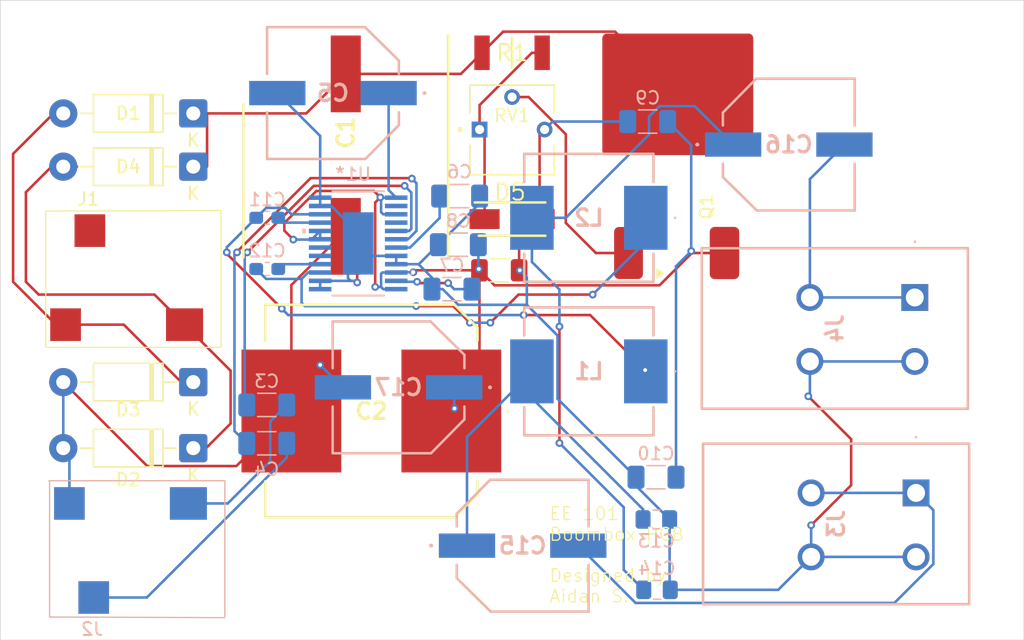
<source format=kicad_pcb>
(kicad_pcb (version 20241229) (generator "pcbnew") (generator_version "9.0")
  (layers (0 "F.Cu" signal) (2 "B.Cu" signal) (13 "F.Paste" user) (15 "B.Paste" user) (5 "F.SilkS" user "F.Silkscreen") (7 "B.SilkS" user "B.Silkscreen") (1 "F.Mask" user) (3 "B.Mask" user) (25 "Edge.Cuts" user))
  (net 0 "")
  (net 1 "Net-(D1-K)")
  (net 2 "0")
  (net 3 "Net-(Q1-S)")
  (net 4 "Net-(C3-Pad1)")
  (net 5 "Net-(U1-LIN)")
  (net 6 "Net-(U1-RIN)")
  (net 7 "Net-(C4-Pad1)")
  (net 8 "Net-(U1-BYPASS)")
  (net 9 "Net-(U1-VCLAMP)")
  (net 10 "Net-(U1-LOUT)")
  (net 11 "Net-(U1-BSL)")
  (net 12 "Net-(U1-BSR)")
  (net 13 "Net-(U1-ROUT)")
  (net 14 "Net-(C13-Pad1)")
  (net 15 "Net-(C14-Pad2)")
  (net 16 "Net-(J3-Pin_1)")
  (net 17 "Net-(J4-Pin_1)")
  (net 18 "Net-(D1-A)")
  (net 19 "Net-(D2-K)")
  (net 20 "Net-(D5-K)")
  (net 22 "Net-(Q1-G)")
  (footprint "Audio_Amplifier:CAPAE1600X1700N" (layer "F.Cu") (at 79 72.1 -90)
    (property "Reference" "C1" (at -1.75 0 90) (layer "F.SilkS") (effects (font (size 1.27 1.27) (thickness 0.254))))
    (property "Value" "1000u" (hide yes))
    (pad "1" smd rect (at -6.35 0) (size 2.35 6) (layers "F.Cu" "F.Mask" "F.Paste") (net 1 "Net-(D1-K)"))
    (pad "2" smd rect (at 6.35 0) (size 2.35 6) (layers "F.Cu" "F.Mask" "F.Paste") (net 2 "0"))
  )
  (footprint "Audio_Amplifier:DIOM5226X240N" (layer "F.Cu") (at 92 77.1)
    (property "Reference" "D5" (at -0.1635 -2.1 0) (layer "F.SilkS") (effects (font (size 1.27 1.27) (thickness 0.15875))))
    (property "Value" "1N47xxA" (hide yes))
    (pad "1" smd rect (at -2.15 0 90) (size 1.55 2.35) (layers "F.Cu" "F.Mask" "F.Paste") (net 20 "Net-(D5-K)"))
    (pad "2" smd rect (at 2.15 0 90) (size 1.55 2.35) (layers "F.Cu" "F.Mask" "F.Paste") (net 2 "0"))
  )
  (footprint "Audio_Amplifier:D2PAK-IRF940N" (layer "F.Cu") (at 105.55 74 90)
    (property "Reference" "Q1" (at -2.15 1.65 90) (layer "F.SilkS"))
    (property "Value" "IRF540N")
    (pad "1" smd roundrect (at -5.75 -4.45 90) (size 4.065624 2.253124) (layers "F.Cu" "F.Mask" "F.Paste") (roundrect_rratio 0.166667) (net 22 "Net-(Q1-G)"))
    (pad "2" smd roundrect (at 6.65 -0.6 270) (size 9.5 11.8) (layers "F.Cu" "F.Mask" "F.Paste") (roundrect_rratio 0.038462) (net 1 "Net-(D1-K)"))
    (pad "3" smd roundrect (at -5.75 3.05 90) (size 4.08203 2.303124) (layers "F.Cu" "F.Mask" "F.Paste") (roundrect_rratio 0.166667) (net 3 "Net-(Q1-S)"))
  )
  (footprint "Diode_THT:D_DO-41_SOD81_P10.16mm_Horizontal" (layer "F.Cu") (at 67.08 89.84 180)
    (property "Reference" "D3" (at 5.08 -2.16 0) (layer "F.SilkS"))
    (property "Value" "1N4002")
    (fp_text user "K" (at 0 -2.1 0) (layer "F.SilkS"))
    (pad "1" thru_hole roundrect (at 0 0 180) (size 2.2 2.2) (drill 1.1) (layers "*.Cu" "*.Mask") (roundrect_rratio 0.113636) (net 18 "Net-(D1-A)"))
    (pad "2" thru_hole circle (at 10.16 0 180) (size 2.2 2.2) (drill 1.1) (layers "*.Cu" "*.Mask") (net 2 "0"))
  )
  (footprint "Audio_Amplifier:CUI_SJ-3523-SMT-TR" (layer "F.Cu") (at 61.7 81.675)
    (property "Reference" "J1" (at -2.829485 -6.144725 0) (layer "F.SilkS") (effects (font (size 1.001583 1.001583))))
    (property "Value" "AudioJack3")
    (pad "" np_thru_hole circle (at -3.5 0) (size 1.6 1.6) (drill 1.6) (layers "*.Cu" "*.Mask"))
    (pad "" np_thru_hole circle (at 3.5 0) (size 1.6 1.6) (drill 1.6) (layers "*.Cu" "*.Mask"))
    (pad "R" smd rect (at -2.7 -3.675) (size 2.4 2.55) (layers "F.Cu" "F.Mask" "F.Paste"))
    (pad "S" smd rect (at -4.6 3.675) (size 2.4 2.55) (layers "F.Cu" "F.Mask" "F.Paste") (net 18 "Net-(D1-A)"))
    (pad "T" smd rect (at 4.7 3.675) (size 2.9 2.55) (layers "F.Cu" "F.Mask" "F.Paste") (net 19 "Net-(D2-K)"))
  )
  (footprint "Diode_THT:D_DO-41_SOD81_P10.16mm_Horizontal" (layer "F.Cu") (at 67.08 68.84 180)
    (property "Reference" "D1" (at 5.08 0 0) (layer "F.SilkS"))
    (property "Value" "1N4002")
    (fp_text user "K" (at 0 -2.1 0) (layer "F.SilkS"))
    (pad "1" thru_hole roundrect (at 0 0 180) (size 2.2 2.2) (drill 1.1) (layers "*.Cu" "*.Mask") (roundrect_rratio 0.113636) (net 1 "Net-(D1-K)"))
    (pad "2" thru_hole circle (at 10.16 0 180) (size 2.2 2.2) (drill 1.1) (layers "*.Cu" "*.Mask") (net 18 "Net-(D1-A)"))
  )
  (footprint "Audio_Amplifier:RESC5025X70N" (layer "F.Cu") (at 92 64.1)
    (property "Reference" "R1" (at 0 0 0) (layer "F.SilkS") (effects (font (size 1.27 1.27) (thickness 0.15875))))
    (property "Value" "1k" (hide yes))
    (pad "1" smd rect (at -2.35 0) (size 1.2 2.7) (layers "F.Cu" "F.Mask" "F.Paste") (net 1 "Net-(D1-K)"))
    (pad "2" smd rect (at 2.35 0) (size 1.2 2.7) (layers "F.Cu" "F.Mask" "F.Paste") (net 20 "Net-(D5-K)"))
  )
  (footprint "Audio_Amplifier:C-MAL216099003E3" (layer "F.Cu") (at 81 92.1)
    (property "Reference" "C2" (at 0 0 0) (layer "F.SilkS") (effects (font (size 1.27 1.27) (thickness 0.254))))
    (property "Value" "470u" (hide yes))
    (pad "1" smd rect (at 6.25 0) (size 7.8 9.6) (layers "F.Cu" "F.Mask" "F.Paste") (net 3 "Net-(Q1-S)"))
    (pad "2" smd rect (at -6.25 0) (size 7.8 9.6) (layers "F.Cu" "F.Mask" "F.Paste") (net 2 "0"))
  )
  (footprint "Audio_Amplifier:TRIM_3362P-1-205LF" (layer "F.Cu") (at 92 70.1)
    (property "Reference" "RV1" (at 0 -1.1 0) (layer "F.SilkS") (effects (font (size 1.002756 1.002756) (thickness 0.125345))))
    (property "Value" "10-5M")
    (pad "1" thru_hole rect (at -2.54 0) (size 1.222 1.222) (drill 0.714) (layers "*.Cu" "*.Mask") (net 20 "Net-(D5-K)"))
    (pad "2" thru_hole circle (at 0 -2.54) (size 1.222 1.222) (drill 0.714) (layers "*.Cu" "*.Mask") (net 22 "Net-(Q1-G)"))
    (pad "3" thru_hole circle (at 2.54 0) (size 1.222 1.222) (drill 0.714) (layers "*.Cu" "*.Mask") (net 2 "0"))
  )
  (footprint "Resistor_SMD:R_1206_3216Metric_Pad1.30x1.75mm_HandSolder" (layer "F.Cu") (at 91 81.1)
    (property "Reference" "R2" (hide yes))
    (property "Value" "10k")
    (pad "1" smd roundrect (at -1.55 0) (size 1.3 1.75) (layers "F.Cu" "F.Mask" "F.Paste") (roundrect_rratio 0.192308) (net 3 "Net-(Q1-S)"))
    (pad "2" smd roundrect (at 1.55 0) (size 1.3 1.75) (layers "F.Cu" "F.Mask" "F.Paste") (roundrect_rratio 0.192308) (net 2 "0"))
  )
  (footprint "Diode_THT:D_DO-41_SOD81_P10.16mm_Horizontal" (layer "F.Cu") (at 67.08 95 180)
    (property "Reference" "D2" (at 5.08 -2.47 0) (layer "F.SilkS"))
    (property "Value" "1N4002")
    (fp_text user "K" (at 0 -2.1 0) (layer "F.SilkS"))
    (pad "1" thru_hole roundrect (at 0 0 180) (size 2.2 2.2) (drill 1.1) (layers "*.Cu" "*.Mask") (roundrect_rratio 0.113636) (net 19 "Net-(D2-K)"))
    (pad "2" thru_hole circle (at 10.16 0 180) (size 2.2 2.2) (drill 1.1) (layers "*.Cu" "*.Mask") (net 2 "0"))
  )
  (footprint "Diode_THT:D_DO-41_SOD81_P10.16mm_Horizontal" (layer "F.Cu") (at 67.08 73 180)
    (property "Reference" "D4" (at 5.08 0 0) (layer "F.SilkS"))
    (property "Value" "1N4002")
    (fp_text user "K" (at 0 -2.1 0) (layer "F.SilkS"))
    (pad "1" thru_hole roundrect (at 0 0 180) (size 2.2 2.2) (drill 1.1) (layers "*.Cu" "*.Mask") (roundrect_rratio 0.113636) (net 1 "Net-(D1-K)"))
    (pad "2" thru_hole circle (at 10.16 0 180) (size 2.2 2.2) (drill 1.1) (layers "*.Cu" "*.Mask") (net 19 "Net-(D2-K)"))
  )
  (footprint "Audio_Amplifier:2249290002" (layer "B.Cu") (at 123.475 83.225 -90)
    (property "Reference" "J4" (at 2.425 6.25 90) (layer "B.SilkS") (effects (font (size 1.27 1.27) (thickness 0.254)) (justify mirror)))
    (property "Value" "Conn_01x02" (hide yes))
    (pad "1" thru_hole rect (at 0 0 270) (size 2.1 2.1) (drill 1.4) (layers "*.Cu" "*.Mask") (net 17 "Net-(J4-Pin_1)"))
    (pad "1" thru_hole circle (at 0 8.2 270) (size 2.1 2.1) (drill 1.4) (layers "*.Cu" "*.Mask") (net 17 "Net-(J4-Pin_1)"))
    (pad "2" thru_hole circle (at 5 0 270) (size 2.1 2.1) (drill 1.4) (layers "*.Cu" "*.Mask") (net 2 "0"))
    (pad "2" thru_hole circle (at 5 8.2 270) (size 2.1 2.1) (drill 1.4) (layers "*.Cu" "*.Mask") (net 2 "0"))
  )
  (footprint "Capacitor_SMD:C_0603_1608Metric_Pad1.08x0.95mm_HandSolder" (layer "B.Cu") (at 72.8625 81 180)
    (property "Reference" "C12" (at 0 1.43 0) (layer "B.SilkS") (effects (justify mirror)))
    (property "Value" "0.22u")
    (pad "1" smd roundrect (at -0.8625 0 180) (size 1.075 0.95) (layers "B.Cu" "B.Mask" "B.Paste") (net 12 "Net-(U1-BSR)"))
    (pad "2" smd roundrect (at 0.8625 0 180) (size 1.075 0.95) (layers "B.Cu" "B.Mask" "B.Paste") (net 13 "Net-(U1-ROUT)"))
  )
  (footprint "Capacitor_SMD:C_1206_3216Metric_Pad1.33x1.80mm_HandSolder" (layer "B.Cu") (at 102.6 69.475 180)
    (property "Reference" "C9" (at 0 1.85 0) (layer "B.SilkS") (effects (justify mirror)))
    (property "Value" "1u")
    (pad "1" smd roundrect (at -1.5625 0 180) (size 1.325 1.8) (layers "B.Cu" "B.Mask" "B.Paste") (roundrect_rratio 0.188679) (net 3 "Net-(Q1-S)"))
    (pad "2" smd roundrect (at 1.5625 0 180) (size 1.325 1.8) (layers "B.Cu" "B.Mask" "B.Paste") (roundrect_rratio 0.188679) (net 2 "0"))
  )
  (footprint "Audio_Amplifier:Panasonic 25SVPG470M" (layer "B.Cu") (at 92.825 102.625)
    (property "Reference" "C15" (at 0 0 0) (layer "B.SilkS") (effects (font (size 1.27 1.27) (thickness 0.254)) (justify mirror)))
    (property "Value" "470u" (hide yes))
    (pad "1" smd rect (at -4.35 0 270) (size 1.9 4.4) (layers "B.Cu" "B.Mask" "B.Paste") (net 14 "Net-(C13-Pad1)"))
    (pad "2" smd rect (at 4.35 0 270) (size 1.9 4.4) (layers "B.Cu" "B.Mask" "B.Paste") (net 16 "Net-(J3-Pin_1)"))
  )
  (footprint "Capacitor_SMD:C_1206_3216Metric_Pad1.33x1.80mm_HandSolder" (layer "B.Cu") (at 103.25 97.275 180)
    (property "Reference" "C10" (at 0 1.85 0) (layer "B.SilkS") (effects (justify mirror)))
    (property "Value" "10u")
    (pad "1" smd roundrect (at -1.5625 0 180) (size 1.325 1.8) (layers "B.Cu" "B.Mask" "B.Paste") (roundrect_rratio 0.188679) (net 3 "Net-(Q1-S)"))
    (pad "2" smd roundrect (at 1.5625 0 180) (size 1.325 1.8) (layers "B.Cu" "B.Mask" "B.Paste") (roundrect_rratio 0.188679) (net 2 "0"))
  )
  (footprint "Capacitor_SMD:C_1206_3216Metric_Pad1.33x1.80mm_HandSolder" (layer "B.Cu") (at 72.825 91.625 180)
    (property "Reference" "C3" (at 0 1.85 0) (layer "B.SilkS") (effects (justify mirror)))
    (property "Value" "1u")
    (pad "1" smd roundrect (at -1.5625 0 180) (size 1.325 1.8) (layers "B.Cu" "B.Mask" "B.Paste") (roundrect_rratio 0.188679) (net 4 "Net-(C3-Pad1)"))
    (pad "2" smd roundrect (at 1.5625 0 180) (size 1.325 1.8) (layers "B.Cu" "B.Mask" "B.Paste") (roundrect_rratio 0.188679) (net 5 "Net-(U1-LIN)"))
  )
  (footprint "Audio_Amplifier:Panasonic 25SVPG470M" (layer "B.Cu") (at 78 67.25 180)
    (property "Reference" "C5" (at 0 0 0) (layer "B.SilkS") (effects (font (size 1.27 1.27) (thickness 0.254)) (justify mirror)))
    (property "Value" "470u" (hide yes))
    (pad "1" smd rect (at -4.35 0 90) (size 1.9 4.4) (layers "B.Cu" "B.Mask" "B.Paste") (net 3 "Net-(Q1-S)"))
    (pad "2" smd rect (at 4.35 0 90) (size 1.9 4.4) (layers "B.Cu" "B.Mask" "B.Paste") (net 2 "0"))
  )
  (footprint "Audio_Amplifier:SRP1038WA220M" (layer "B.Cu") (at 98 77 180)
    (property "Reference" "L2" (at 0 0 0) (layer "B.SilkS") (effects (font (size 1.27 1.27) (thickness 0.254)) (justify mirror)))
    (property "Value" "22u" (hide yes))
    (pad "1" smd rect (at -4.45 0 180) (size 3.4 5) (layers "B.Cu" "B.Mask" "B.Paste") (net 13 "Net-(U1-ROUT)"))
    (pad "2" smd rect (at 4.45 0 180) (size 3.4 5) (layers "B.Cu" "B.Mask" "B.Paste") (net 15 "Net-(C14-Pad2)"))
  )
  (footprint "Capacitor_SMD:C_1206_3216Metric_Pad1.33x1.80mm_HandSolder" (layer "B.Cu") (at 72.825 94.625 180)
    (property "Reference" "C4" (at 0 -2.025 0) (layer "B.SilkS") (effects (justify mirror)))
    (property "Value" "1u")
    (pad "1" smd roundrect (at -1.5625 0 180) (size 1.325 1.8) (layers "B.Cu" "B.Mask" "B.Paste") (roundrect_rratio 0.188679) (net 7 "Net-(C4-Pad1)"))
    (pad "2" smd roundrect (at 1.5625 0 180) (size 1.325 1.8) (layers "B.Cu" "B.Mask" "B.Paste") (roundrect_rratio 0.188679) (net 6 "Net-(U1-RIN)"))
  )
  (footprint "Capacitor_SMD:C_1206_3216Metric_Pad1.33x1.80mm_HandSolder" (layer "B.Cu") (at 87.9 75.3)
    (property "Reference" "C6" (at 0 -1.9 180) (layer "B.SilkS") (effects (justify mirror)))
    (property "Value" "1u")
    (pad "1" smd roundrect (at -1.5625 0) (size 1.325 1.8) (layers "B.Cu" "B.Mask" "B.Paste") (roundrect_rratio 0.188679) (net 8 "Net-(U1-BYPASS)"))
    (pad "2" smd roundrect (at 1.5625 0) (size 1.325 1.8) (layers "B.Cu" "B.Mask" "B.Paste") (roundrect_rratio 0.188679) (net 2 "0"))
  )
  (footprint "Capacitor_SMD:C_1206_3216Metric_Pad1.33x1.80mm_HandSolder" (layer "B.Cu") (at 87.3 82.575 180)
    (property "Reference" "C7" (at 0 1.85 0) (layer "B.SilkS") (effects (justify mirror)))
    (property "Value" "1u")
    (pad "1" smd roundrect (at -1.5625 0 180) (size 1.325 1.8) (layers "B.Cu" "B.Mask" "B.Paste") (roundrect_rratio 0.188679) (net 9 "Net-(U1-VCLAMP)"))
    (pad "2" smd roundrect (at 1.5625 0 180) (size 1.325 1.8) (layers "B.Cu" "B.Mask" "B.Paste") (roundrect_rratio 0.188679) (net 2 "0"))
  )
  (footprint "Audio_Amplifier:TPA-3123D2-TSSOP - 1.2 mm max height" (layer "B.Cu") (at 79.971 79 180)
    (property "Reference" "U1" (at 0 5.4 0) (layer "B.SilkS") (effects (justify mirror)))
    (property "Value" "~")
    (fp_text user "*" (at 1.421 5.45 0) (layer "B.SilkS") (effects (justify mirror)))
    (pad "1" smd rect (at -2.971 3.575063 180) (size 1.761998 0.3548) (layers "B.Cu" "B.Mask" "B.Paste") (net 3 "Net-(Q1-S)"))
    (pad "2" smd rect (at -2.971 2.925051 180) (size 1.761998 0.3548) (layers "B.Cu" "B.Mask" "B.Paste"))
    (pad "3" smd rect (at -2.971 2.27504 180) (size 1.761998 0.3548) (layers "B.Cu" "B.Mask" "B.Paste") (net 3 "Net-(Q1-S)"))
    (pad "4" smd rect (at -2.971 1.625028 180) (size 1.761998 0.3548) (layers "B.Cu" "B.Mask" "B.Paste"))
    (pad "5" smd rect (at -2.971 0.975017 180) (size 1.761998 0.3548) (layers "B.Cu" "B.Mask" "B.Paste") (net 5 "Net-(U1-LIN)"))
    (pad "6" smd rect (at -2.971 0.325006 180) (size 1.761998 0.3548) (layers "B.Cu" "B.Mask" "B.Paste") (net 6 "Net-(U1-RIN)"))
    (pad "7" smd rect (at -2.971 -0.325006 180) (size 1.761998 0.3548) (layers "B.Cu" "B.Mask" "B.Paste") (net 8 "Net-(U1-BYPASS)"))
    (pad "8" smd rect (at -2.971 -0.975017 180) (size 1.761998 0.3548) (layers "B.Cu" "B.Mask" "B.Paste") (net 2 "0"))
    (pad "9" smd rect (at -2.971 -1.625028 180) (size 1.761998 0.3548) (layers "B.Cu" "B.Mask" "B.Paste") (net 2 "0"))
    (pad "10" smd rect (at -2.971 -2.27504 180) (size 1.761998 0.3548) (layers "B.Cu" "B.Mask" "B.Paste") (net 3 "Net-(Q1-S)"))
    (pad "11" smd rect (at -2.971 -2.925051 180) (size 1.761998 0.3548) (layers "B.Cu" "B.Mask" "B.Paste") (net 9 "Net-(U1-VCLAMP)"))
    (pad "12" smd rect (at -2.971 -3.575063 180) (size 1.761998 0.3548) (layers "B.Cu" "B.Mask" "B.Paste") (net 3 "Net-(Q1-S)"))
    (pad "13" smd rect (at 2.971 -3.575063 180) (size 1.761998 0.3548) (layers "B.Cu" "B.Mask" "B.Paste") (net 2 "0"))
    (pad "14" smd rect (at 2.971 -2.925051 180) (size 1.761998 0.3548) (layers "B.Cu" "B.Mask" "B.Paste") (net 2 "0"))
    (pad "15" smd rect (at 2.971 -2.27504 180) (size 1.761998 0.3548) (layers "B.Cu" "B.Mask" "B.Paste") (net 13 "Net-(U1-ROUT)"))
    (pad "16" smd rect (at 2.971 -1.625028 180) (size 1.761998 0.3548) (layers "B.Cu" "B.Mask" "B.Paste") (net 12 "Net-(U1-BSR)"))
    (pad "17" smd rect (at 2.971 -0.975017 180) (size 1.761998 0.3548) (layers "B.Cu" "B.Mask" "B.Paste"))
    (pad "18" smd rect (at 2.971 -0.325006 180) (size 1.761998 0.3548) (layers "B.Cu" "B.Mask" "B.Paste"))
    (pad "19" smd rect (at 2.971 0.325006 180) (size 1.761998 0.3548) (layers "B.Cu" "B.Mask" "B.Paste") (net 3 "Net-(Q1-S)"))
    (pad "20" smd rect (at 2.971 0.975017 180) (size 1.761998 0.3548) (layers "B.Cu" "B.Mask" "B.Paste") (net 3 "Net-(Q1-S)"))
    (pad "21" smd rect (at 2.971 1.625028 180) (size 1.761998 0.3548) (layers "B.Cu" "B.Mask" "B.Paste") (net 11 "Net-(U1-BSL)"))
    (pad "22" smd rect (at 2.971 2.27504 180) (size 1.761998 0.3548) (layers "B.Cu" "B.Mask" "B.Paste") (net 10 "Net-(U1-LOUT)"))
    (pad "23" smd rect (at 2.971 2.925051 180) (size 1.761998 0.3548) (layers "B.Cu" "B.Mask" "B.Paste") (net 2 "0"))
    (pad "24" smd rect (at 2.971 3.575063 180) (size 1.761998 0.3548) (layers "B.Cu" "B.Mask" "B.Paste") (net 2 "0"))
    (pad "25" smd rect (at 0 0 180) (size 2.4 4.87) (layers "B.Cu" "B.Mask" "B.Paste") (net 2 "0"))
  )
  (footprint "Audio_Amplifier:SRP1038WA220M" (layer "B.Cu") (at 98 89 180)
    (property "Reference" "L1" (at 0 0 0) (layer "B.SilkS") (effects (font (size 1.27 1.27) (thickness 0.254)) (justify mirror)))
    (property "Value" "22u" (hide yes))
    (pad "1" smd rect (at -4.45 0 180) (size 3.4 5) (layers "B.Cu" "B.Mask" "B.Paste") (net 10 "Net-(U1-LOUT)"))
    (pad "2" smd rect (at 4.45 0 180) (size 3.4 5) (layers "B.Cu" "B.Mask" "B.Paste") (net 14 "Net-(C13-Pad1)"))
  )
  (footprint "Capacitor_SMD:C_0805_2012Metric_Pad1.18x1.45mm_HandSolder" (layer "B.Cu") (at 103.325 106.075 180)
    (property "Reference" "C14" (at 0 1.68 0) (layer "B.SilkS") (effects (justify mirror)))
    (property "Value" "0.68u")
    (pad "1" smd roundrect (at -1.0375 0 180) (size 1.175 1.45) (layers "B.Cu" "B.Mask" "B.Paste") (roundrect_rratio 0.212766) (net 2 "0"))
    (pad "2" smd roundrect (at 1.0375 0 180) (size 1.175 1.45) (layers "B.Cu" "B.Mask" "B.Paste") (roundrect_rratio 0.212766) (net 15 "Net-(C14-Pad2)"))
  )
  (footprint "Audio_Amplifier:CUI_SJ-3523-SMT-TR" (layer "B.Cu") (at 62 103)
    (property "Reference" "J2" (at -2.829485 6.144725 0) (layer "B.SilkS") (effects (font (size 1.001583 1.001583)) (justify mirror)))
    (property "Value" "AudioJack3")
    (pad "" np_thru_hole circle (at -3.5 0) (size 1.6 1.6) (drill 1.6) (layers "*.Cu" "*.Mask"))
    (pad "" np_thru_hole circle (at 3.5 0) (size 1.6 1.6) (drill 1.6) (layers "*.Cu" "*.Mask"))
    (pad "R" smd rect (at -2.7 3.675) (size 2.4 2.55) (layers "B.Cu" "B.Mask" "B.Paste") (net 7 "Net-(C4-Pad1)"))
    (pad "S" smd rect (at -4.6 -3.675) (size 2.4 2.55) (layers "B.Cu" "B.Mask" "B.Paste") (net 2 "0"))
    (pad "T" smd rect (at 4.7 -3.675) (size 2.9 2.55) (layers "B.Cu" "B.Mask" "B.Paste") (net 4 "Net-(C3-Pad1)"))
  )
  (footprint "Audio_Amplifier:2249290002" (layer "B.Cu") (at 123.575 98.5 -90)
    (property "Reference" "J3" (at 2.425 6.25 90) (layer "B.SilkS") (effects (font (size 1.27 1.27) (thickness 0.254)) (justify mirror)))
    (property "Value" "Conn_01x02" (hide yes))
    (pad "1" thru_hole rect (at 0 0 270) (size 2.1 2.1) (drill 1.4) (layers "*.Cu" "*.Mask") (net 16 "Net-(J3-Pin_1)"))
    (pad "1" thru_hole circle (at 0 8.2 270) (size 2.1 2.1) (drill 1.4) (layers "*.Cu" "*.Mask") (net 16 "Net-(J3-Pin_1)"))
    (pad "2" thru_hole circle (at 5 0 270) (size 2.1 2.1) (drill 1.4) (layers "*.Cu" "*.Mask") (net 2 "0"))
    (pad "2" thru_hole circle (at 5 8.2 270) (size 2.1 2.1) (drill 1.4) (layers "*.Cu" "*.Mask") (net 2 "0"))
  )
  (footprint "Capacitor_SMD:C_1206_3216Metric_Pad1.33x1.80mm_HandSolder" (layer "B.Cu") (at 87.8 79.1 180)
    (property "Reference" "C8" (at 0 1.85 0) (layer "B.SilkS") (effects (justify mirror)))
    (property "Value" "1u")
    (pad "1" smd roundrect (at -1.5625 0 180) (size 1.325 1.8) (layers "B.Cu" "B.Mask" "B.Paste") (roundrect_rratio 0.188679) (net 3 "Net-(Q1-S)"))
    (pad "2" smd roundrect (at 1.5625 0 180) (size 1.325 1.8) (layers "B.Cu" "B.Mask" "B.Paste") (roundrect_rratio 0.188679) (net 2 "0"))
  )
  (footprint "Capacitor_SMD:C_0603_1608Metric_Pad1.08x0.95mm_HandSolder" (layer "B.Cu") (at 72.8625 77 180)
    (property "Reference" "C11" (at 0 1.43 0) (layer "B.SilkS") (effects (justify mirror)))
    (property "Value" "0.22u")
    (pad "1" smd roundrect (at -0.8625 0 180) (size 1.075 0.95) (layers "B.Cu" "B.Mask" "B.Paste") (net 11 "Net-(U1-BSL)"))
    (pad "2" smd roundrect (at 0.8625 0 180) (size 1.075 0.95) (layers "B.Cu" "B.Mask" "B.Paste") (net 10 "Net-(U1-LOUT)"))
  )
  (footprint "Audio_Amplifier:Panasonic 25SVPG470M" (layer "B.Cu") (at 113.625 71.275)
    (property "Reference" "C16" (at 0 0 0) (layer "B.SilkS") (effects (font (size 1.27 1.27) (thickness 0.254)) (justify mirror)))
    (property "Value" "470u" (hide yes))
    (pad "1" smd rect (at -4.35 0 270) (size 1.9 4.4) (layers "B.Cu" "B.Mask" "B.Paste") (net 15 "Net-(C14-Pad2)"))
    (pad "2" smd rect (at 4.35 0 270) (size 1.9 4.4) (layers "B.Cu" "B.Mask" "B.Paste") (net 17 "Net-(J4-Pin_1)"))
  )
  (footprint "Capacitor_SMD:C_0805_2012Metric_Pad1.18x1.45mm_HandSolder" (layer "B.Cu") (at 103.275 100.575)
    (property "Reference" "C13" (at 0 1.68 0) (layer "B.SilkS") (effects (justify mirror)))
    (property "Value" "0.68u")
    (pad "1" smd roundrect (at -1.0375 0) (size 1.175 1.45) (layers "B.Cu" "B.Mask" "B.Paste") (roundrect_rratio 0.212766) (net 14 "Net-(C13-Pad1)"))
    (pad "2" smd roundrect (at 1.0375 0) (size 1.175 1.45) (layers "B.Cu" "B.Mask" "B.Paste") (roundrect_rratio 0.212766) (net 2 "0"))
  )
  (footprint "Audio_Amplifier:Panasonic 25SVPG470M" (layer "B.Cu") (at 83.125 90.25 180)
    (property "Reference" "C17" (at 0 0 0) (layer "B.SilkS") (effects (font (size 1.27 1.27) (thickness 0.254)) (justify mirror)))
    (property "Value" "470u" (hide yes))
    (pad "1" smd rect (at -4.35 0 90) (size 1.9 4.4) (layers "B.Cu" "B.Mask" "B.Paste") (net 3 "Net-(Q1-S)"))
    (pad "2" smd rect (at 4.35 0 90) (size 1.9 4.4) (layers "B.Cu" "B.Mask" "B.Paste") (net 2 "0"))
  )
  (gr_rect (start 52 60) (end 132 110) (stroke (width 0.05)) (fill no) (layer "Edge.Cuts"))
  (gr_text "EE 101 \nBoombox PCB\n\nDesigned by \nAidan S." (at 94.85 107.15 0) (layer "F.SilkS") (effects (font (size 1 1) (thickness 0.1)) (justify left bottom)))
  (segment (start 68.08 68.84) (end 75.91 68.84) (width 0.2) (layer "F.Cu") (net 1))
  (segment (start 68.16 73) (end 68.16 68.92) (width 0.2) (layer "F.Cu") (net 1))
  (segment (start 100.049 62.449) (end 104.95 67.35) (width 0.2) (layer "F.Cu") (net 1))
  (segment (start 91.301 62.449) (end 100.049 62.449) (width 0.2) (layer "F.Cu") (net 1))
  (segment (start 75.91 68.84) (end 79 65.75) (width 0.2) (layer "F.Cu") (net 1))
  (segment (start 68.16 68.92) (end 68.08 68.84) (width 0.2) (layer "F.Cu") (net 1))
  (segment (start 89.65 64.1) (end 91.301 62.449) (width 0.2) (layer "F.Cu") (net 1))
  (segment (start 88 65.75) (end 89.65 64.1) (width 0.2) (layer "F.Cu") (net 1))
  (segment (start 79 65.75) (end 88 65.75) (width 0.2) (layer "F.Cu") (net 1))
  (segment (start 115.1 90.9) (end 115.1 90.8) (width 0.2) (layer "F.Cu") (net 2))
  (segment (start 79.891994 82.054853) (end 79.891994 79.341994) (width 0.2) (layer "F.Cu") (net 2))
  (segment (start 94.15 77.1) (end 94.15 70.49) (width 0.2) (layer "F.Cu") (net 2))
  (segment (start 74.75 92.1) (end 74.75 82.25) (width 0.2) (layer "F.Cu") (net 2))
  (segment (start 63.481 96.401) (end 70.449 96.401) (width 0.2) (layer "F.Cu") (net 2))
  (segment (start 92.55 81.1) (end 92.55 78.7) (width 0.2) (layer "F.Cu") (net 2))
  (segment (start 78.45 88.4) (end 74.75 92.1) (width 0.2) (layer "F.Cu") (net 2))
  (segment (start 94.15 70.49) (end 94.54 70.1) (width 0.2) (layer "F.Cu") (net 2))
  (segment (start 118.5 94.3) (end 115.15 90.95) (width 0.2) (layer "F.Cu") (net 2))
  (segment (start 115.1 90.9) (end 115.15 90.95) (width 0.2) (layer "F.Cu") (net 2))
  (segment (start 92.55 78.7) (end 94.15 77.1) (width 0.2) (layer "F.Cu") (net 2))
  (segment (start 79 78) (end 79 78.45) (width 0.2) (layer "F.Cu") (net 2))
  (segment (start 115.375 101.025) (end 118.5 97.9) (width 0.2) (layer "F.Cu") (net 2))
  (segment (start 56.92 89.84) (end 63.481 96.401) (width 0.2) (layer "F.Cu") (net 2))
  (segment (start 74.75 82.25) (end 78.55 78.45) (width 0.2) (layer "F.Cu") (net 2))
  (segment (start 78.55 78.45) (end 79 78.45) (width 0.2) (layer "F.Cu") (net 2))
  (segment (start 79.891994 79.341994) (end 79 78.45) (width 0.2) (layer "F.Cu") (net 2))
  (segment (start 118.5 97.9) (end 118.5 94.3) (width 0.2) (layer "F.Cu") (net 2))
  (segment (start 70.449 96.401) (end 74.75 92.1) (width 0.2) (layer "F.Cu") (net 2))
  (via (at 77 88.5) (size 0.6) (drill 0.3) (layers "F.Cu" "B.Cu") (net 2))
  (via (at 115.375 101.025) (size 0.6) (drill 0.3) (layers "F.Cu" "B.Cu") (net 2))
  (via (at 115.15 90.95) (size 0.6) (drill 0.3) (layers "F.Cu" "B.Cu") (net 2))
  (via (at 79.891994 82.054853) (size 0.6) (drill 0.3) (layers "F.Cu" "B.Cu") (net 2))
  (via (at 92.6 81.1) (size 0.6) (drill 0.3) (layers "F.Cu" "B.Cu") (net 2))
  (segment (start 104.3125 105.8125) (end 104.3125 100.575) (width 0.2) (layer "B.Cu") (net 2))
  (segment (start 104.3625 106.075) (end 112.8 106.075) (width 0.2) (layer "B.Cu") (net 2))
  (segment (start 101.6875 97.275) (end 95.551 91.1385) (width 0.2) (layer "B.Cu") (net 2))
  (segment (start 82.942 79.975017) (end 80.946017 79.975017) (width 0.2) (layer "B.Cu") (net 2))
  (segment (start 112.8 106.075) (end 115.375 103.5) (width 0.2) (layer "B.Cu") (net 2))
  (segment (start 104.3625 105.8625) (end 104.3125 105.8125) (width 0.2) (layer "B.Cu") (net 2))
  (segment (start 89.4625 75.3) (end 89.4625 75.875) (width 0.2) (layer "B.Cu") (net 2))
  (segment (start 86.575 82.575) (end 85.7375 82.575) (width 0.2) (layer "B.Cu") (net 2))
  (segment (start 123.475 88.225) (end 115.275 88.225) (width 0.2) (layer "B.Cu") (net 2))
  (segment (start 101.0375 69.475) (end 95.165 69.475) (width 0.2) (layer "B.Cu") (net 2))
  (segment (start 115.275 90.825) (end 115.275 88.225) (width 0.2) (layer "B.Cu") (net 2))
  (segment (start 80.946017 79.975017) (end 79.971 79) (width 0.2) (layer "B.Cu") (net 2))
  (segment (start 77.874949 76.074949) (end 79.971 78.171) (width 0.2) (layer "B.Cu") (net 2))
  (segment (start 77 75.424937) (end 77 76.074949) (width 0.2) (layer "B.Cu") (net 2))
  (segment (start 77 81.925051) (end 79.5 81.925051) (width 0.2) (layer "B.Cu") (net 2))
  (segment (start 78.775 90.25) (end 78.75 90.25) (width 0.2) (layer "B.Cu") (net 2))
  (segment (start 79.971 78.171) (end 79.971 79) (width 0.2) (layer "B.Cu") (net 2))
  (segment (start 115.4 101) (end 115.375 101.025) (width 0.2) (layer "B.Cu") (net 2))
  (segment (start 101.6875 97.95) (end 101.6875 97.275) (width 0.2) (layer "B.Cu") (net 2))
  (segment (start 79.17 81.709678) (end 79.385373 81.925051) (width 0.2) (layer "B.Cu") (net 2))
  (segment (start 85.7375 81.675) (end 84.687528 80.625028) (width 0.2) (layer "B.Cu") (net 2))
  (segment (start 115.375 103.5) (end 115.375 101.025) (width 0.2) (layer "B.Cu") (net 2))
  (segment (start 78.75 90.25) (end 77 88.5) (width 0.2) (layer "B.Cu") (net 2))
  (segment (start 84.712472 80.625028) (end 86.2375 79.1) (width 0.2) (layer "B.Cu") (net 2))
  (segment (start 84.687528 80.625028) (end 84.712472 80.625028) (width 0.2) (layer "B.Cu") (net 2))
  (segment (start 104.3125 100.575) (end 101.6875 97.95) (width 0.2) (layer "B.Cu") (net 2))
  (segment (start 77 82.575063) (end 77 81.925051) (width 0.2) (layer "B.Cu") (net 2))
  (segment (start 95.551 86.199) (end 93.152 83.8) (width 0.2) (layer "B.Cu") (net 2))
  (segment (start 77 76.074949) (end 77.874949 76.074949) (width 0.2) (layer "B.Cu") (net 2))
  (segment (start 87.8 83.8) (end 86.575 82.575) (width 0.2) (layer "B.Cu") (net 2))
  (segment (start 123.575 103.5) (end 115.375 103.5) (width 0.2) (layer "B.Cu") (net 2))
  (segment (start 79.971 79) (end 79.17 79.801) (width 0.2) (layer "B.Cu") (net 2))
  (segment (start 79.385373 81.925051) (end 79.5 81.925051) (width 0.2) (layer "B.Cu") (net 2))
  (segment (start 85.7375 79) (end 85.7375 79.575056) (width 0.2) (layer "B.Cu") (net 2))
  (segment (start 104.3625 106.075) (end 104.3625 105.8625) (width 0.2) (layer "B.Cu") (net 2))
  (segment (start 79.971 80.03505) (end 79.971 79) (width 0.2) (layer "B.Cu") (net 2))
  (segment (start 85.7375 82.575) (end 85.7375 81.675) (width 0.2) (layer "B.Cu") (net 2))
  (segment (start 82.942 80.625028) (end 82.942 79.975017) (width 0.2) (layer "B.Cu") (net 2))
  (segment (start 93.152 83.8) (end 93.152 81.652) (width 0.2) (layer "B.Cu") (net 2))
  (segment (start 79.5 81.925051) (end 79.762192 81.925051) (width 0.2) (layer "B.Cu") (net 2))
  (segment (start 79.762192 81.925051) (end 79.891994 82.054853) (width 0.2) (layer "B.Cu") (net 2))
  (segment (start 79.17 79.801) (end 79.17 81.709678) (width 0.2) (layer "B.Cu") (net 2))
  (segment (start 57.4 99.325) (end 57.4 95.48) (width 0.2) (layer "B.Cu") (net 2))
  (segment (start 77 70.6) (end 73.65 67.25) (width 0.2) (layer "B.Cu") (net 2))
  (segment (start 77 75.424937) (end 77 70.6) (width 0.2) (layer "B.Cu") (net 2))
  (segment (start 93.152 81.652) (end 92.6 81.1) (width 0.2) (layer "B.Cu") (net 2))
  (segment (start 95.165 69.475) (end 94.54 70.1) (width 0.2) (layer "B.Cu") (net 2))
  (segment (start 56.92 89.84) (end 56.92 95) (width 0.2) (layer "B.Cu") (net 2))
  (segment (start 115.15 90.95) (end 115.275 90.825) (width 0.2) (layer "B.Cu") (net 2))
  (segment (start 84.687528 80.625028) (end 82.942 80.625028) (width 0.2) (layer "B.Cu") (net 2))
  (segment (start 93.152 83.8) (end 87.8 83.8) (width 0.2) (layer "B.Cu") (net 2))
  (segment (start 57.4 95.48) (end 56.92 95) (width 0.2) (layer "B.Cu") (net 2))
  (segment (start 95.551 91.1385) (end 95.551 86.199) (width 0.2) (layer "B.Cu") (net 2))
  (segment (start 89.4625 75.875) (end 86.2375 79.1) (width 0.2) (layer "B.Cu") (net 2))
  (segment (start 74.9 78.7) (end 74.2 78) (width 0.2) (layer "F.Cu") (net 3))
  (segment (start 103.524 82.276) (end 106.05 79.75) (width 0.2) (layer "F.Cu") (net 3))
  (segment (start 81.201 74.901) (end 81.7 75.4) (width 0.2) (layer "F.Cu") (net 3))
  (segment (start 89.607443 81.257443) (end 89.45 81.1) (width 0.2) (layer "F.Cu") (net 3))
  (segment (start 74.2 78) (end 74.2 77.4) (width 0.2) (layer "F.Cu") (net 3))
  (segment (start 81.3 82.4) (end 81.3 75.8) (width 0.2) (layer "F.Cu") (net 3))
  (segment (start 90.626 82.276) (end 103.524 82.276) (width 0.2) (layer "F.Cu") (net 3))
  (segment (start 89.45 81.1) (end 84.437874 81.1) (width 0.2) (layer "F.Cu") (net 3))
  (segment (start 89.45 89.9) (end 87.25 92.1) (width 0.2) (layer "F.Cu") (net 3))
  (segment (start 106.15 79.75) (end 108.6 79.75) (width 0.2) (layer "F.Cu") (net 3))
  (segment (start 81.2 74.901) (end 81.201 74.901) (width 0.2) (layer "F.Cu") (net 3))
  (segment (start 74.2 77.4) (end 76.699 74.901) (width 0.2) (layer "F.Cu") (net 3))
  (segment (start 89.45 81.1) (end 90.626 82.276) (width 0.2) (layer "F.Cu") (net 3))
  (segment (start 106 79.6) (end 106.15 79.75) (width 0.2) (layer "F.Cu") (net 3))
  (segment (start 81.3 75.8) (end 81.7 75.4) (width 0.2) (layer "F.Cu") (net 3))
  (segment (start 84.437874 81.1) (end 84.282477 81.255397) (width 0.2) (layer "F.Cu") (net 3))
  (segment (start 76.699 74.901) (end 81.2 74.901) (width 0.2) (layer "F.Cu") (net 3))
  (segment (start 89.45 81.1) (end 89.45 89.9) (width 0.2) (layer "F.Cu") (net 3))
  (via (at 81.3 82.4) (size 0.6) (drill 0.3) (layers "F.Cu" "B.Cu") (net 3))
  (via (at 106 79.6) (size 0.6) (drill 0.3) (layers "F.Cu" "B.Cu") (net 3))
  (via (at 84.282477 81.255397) (size 0.6) (drill 0.3) (layers "F.Cu" "B.Cu") (net 3))
  (via (at 74.9 78.7) (size 0.6) (drill 0.3) (layers "F.Cu" "B.Cu") (net 3))
  (via (at 81.7 75.4) (size 0.6) (drill 0.3) (layers "F.Cu" "B.Cu") (net 3))
  (via (at 89.4 81) (size 0.6) (drill 0.3) (layers "F.Cu" "B.Cu") (net 3))
  (via (at 87.5 91.9) (size 0.6) (drill 0.3) (layers "F.Cu" "B.Cu") (net 3))
  (segment (start 81.303451 82.403451) (end 81.3 82.4) (width 0.2) (layer "B.Cu") (net 3))
  (segment (start 77 78.024983) (end 76.324983 78.7) (width 0.2) (layer "B.Cu") (net 3))
  (segment (start 82.35 74.832937) (end 82.35 67.25) (width 0.2) (layer "B.Cu") (net 3))
  (segment (start 89.3625 79.1) (end 89.3625 80.9625) (width 0.2) (layer "B.Cu") (net 3))
  (segment (start 76.324983 78.7) (end 74.9 78.7) (width 0.2) (layer "B.Cu") (net 3))
  (segment (start 81.861001 81.27504) (end 82.942 81.27504) (width 0.2) (layer "B.Cu") (net 3))
  (segment (start 81.760001 82.403451) (end 81.760001 81.37604) (width 0.2) (layer "B.Cu") (net 3))
  (segment (start 81.760001 76.553349) (end 81.760001 75.525937) (width 0.2) (layer "B.Cu") (net 3))
  (segment (start 81.931613 82.575063) (end 81.760001 82.403451) (width 0.2) (layer "B.Cu") (net 3))
  (segment (start 82.35 74.832937) (end 82.942 75.424937) (width 0.2) (layer "B.Cu") (net 3))
  (segment (start 82.961643 81.255397) (end 82.942 81.27504) (width 0.2) (layer "B.Cu") (net 3))
  (segment (start 81.760001 75.525937) (end 81.861001 75.424937) (width 0.2) (layer "B.Cu") (net 3))
  (segment (start 81.760001 81.37604) (end 81.861001 81.27504) (width 0.2) (layer "B.Cu") (net 3))
  (segment (start 89.3625 80.9625) (end 89.4 81) (width 0.2) (layer "B.Cu") (net 3))
  (segment (start 87.475 90.25) (end 87.475 91.875) (width 0.2) (layer "B.Cu") (net 3))
  (segment (start 106 71.3125) (end 106 79.6) (width 0.2) (layer "B.Cu") (net 3))
  (segment (start 104.1625 69.475) (end 106 71.3125) (width 0.2) (layer "B.Cu") (net 3))
  (segment (start 81.760001 82.403451) (end 81.303451 82.403451) (width 0.2) (layer "B.Cu") (net 3))
  (segment (start 81.931612 76.72496) (end 81.760001 76.553349) (width 0.2) (layer "B.Cu") (net 3))
  (segment (start 104.8125 97.275) (end 104.8125 80.7875) (width 0.2) (layer "B.Cu") (net 3))
  (segment (start 77 78.024983) (end 77 78.674994) (width 0.2) (layer "B.Cu") (net 3))
  (segment (start 82.942 82.575063) (end 81.931613 82.575063) (width 0.2) (layer "B.Cu") (net 3))
  (segment (start 82.942 76.72496) (end 81.931612 76.72496) (width 0.2) (layer "B.Cu") (net 3))
  (segment (start 84.282477 81.255397) (end 82.961643 81.255397) (width 0.2) (layer "B.Cu") (net 3))
  (segment (start 87.475 91.875) (end 87.5 91.9) (width 0.2) (layer "B.Cu") (net 3))
  (segment (start 104.8125 80.7875) (end 106 79.6) (width 0.2) (layer "B.Cu") (net 3))
  (segment (start 81.861001 75.424937) (end 82.942 75.424937) (width 0.2) (layer "B.Cu") (net 3))
  (segment (start 66.7 99.325) (end 69.775 99.325) (width 0.2) (layer "B.Cu") (net 4))
  (segment (start 73.1 96) (end 73.1 92.9125) (width 0.2) (layer "B.Cu") (net 4))
  (segment (start 73.1 92.9125) (end 74.3875 91.625) (width 0.2) (layer "B.Cu") (net 4))
  (segment (start 69.775 99.325) (end 73.1 96) (width 0.2) (layer "B.Cu") (net 4))
  (segment (start 83.6 74.5) (end 76.5 74.5) (width 0.2) (layer "F.Cu") (net 5))
  (segment (start 76.5 74.5) (end 71.3 79.7) (width 0.2) (layer "F.Cu") (net 5))
  (via (at 83.6 74.5) (size 0.6) (drill 0.3) (layers "F.Cu" "B.Cu") (net 5))
  (via (at 71.3 79.7) (size 0.6) (drill 0.3) (layers "F.Cu" "B.Cu") (net 5))
  (segment (start 84.123999 75.023999) (end 83.6 74.5) (width 0.2) (layer "B.Cu") (net 5))
  (segment (start 71.3 79.7) (end 71.1 79.9) (width 0.2) (layer "B.Cu") (net 5))
  (segment (start 83.952388 78.024983) (end 84.123999 77.853372) (width 0.2) (layer "B.Cu") (net 5))
  (segment (start 84.123999 77.853372) (end 84.123999 75.023999) (width 0.2) (layer "B.Cu") (net 5))
  (segment (start 71.1 79.9) (end 71.1 91.4625) (width 0.2) (layer "B.Cu") (net 5))
  (segment (start 82.942 78.024983) (end 83.952388 78.024983) (width 0.2) (layer "B.Cu") (net 5))
  (segment (start 71.1 91.4625) (end 71.2625 91.625) (width 0.2) (layer "B.Cu") (net 5))
  (segment (start 84.131374 73.9) (end 76.250057 73.9) (width 0.2) (layer "F.Cu") (net 6))
  (segment (start 76.250057 73.9) (end 70.499997 79.65006) (width 0.2) (layer "F.Cu") (net 6))
  (segment (start 84.165687 73.934313) (end 84.131374 73.9) (width 0.2) (layer "F.Cu") (net 6))
  (segment (start 70.499997 79.65006) (end 70.499997 79.7) (width 0.2) (layer "F.Cu") (net 6))
  (via (at 70.499997 79.7) (size 0.6) (drill 0.3) (layers "F.Cu" "B.Cu") (net 6))
  (via (at 84.165687 73.934313) (size 0.6) (drill 0.3) (layers "F.Cu" "B.Cu") (net 6))
  (segment (start 70.3 79.899997) (end 70.3 93.6625) (width 0.2) (layer "B.Cu") (net 6))
  (segment (start 84.524999 74.293625) (end 84.165687 73.934313) (width 0.2) (layer "B.Cu") (net 6))
  (segment (start 70.3 93.6625) (end 71.2625 94.625) (width 0.2) (layer "B.Cu") (net 6))
  (segment (start 70.499997 79.7) (end 70.3 79.899997) (width 0.2) (layer "B.Cu") (net 6))
  (segment (start 83.869477 78.674994) (end 84.524999 78.019472) (width 0.2) (layer "B.Cu") (net 6))
  (segment (start 82.942 78.674994) (end 83.869477 78.674994) (width 0.2) (layer "B.Cu") (net 6))
  (segment (start 84.524999 78.019472) (end 84.524999 74.293625) (width 0.2) (layer "B.Cu") (net 6))
  (segment (start 74.3875 95.74026) (end 63.45276 106.675) (width 0.2) (layer "B.Cu") (net 7))
  (segment (start 74.3875 94.625) (end 74.3875 95.74026) (width 0.2) (layer "B.Cu") (net 7))
  (segment (start 63.45276 106.675) (end 59.3 106.675) (width 0.2) (layer "B.Cu") (net 7))
  (segment (start 86.3375 77.010505) (end 86.3375 75.3) (width 0.2) (layer "B.Cu") (net 8))
  (segment (start 82.942 79.325006) (end 84.022999 79.325006) (width 0.2) (layer "B.Cu") (net 8))
  (segment (start 84.022999 79.325006) (end 86.3375 77.010505) (width 0.2) (layer "B.Cu") (net 8))
  (segment (start 84.675 82.1) (end 84.575 82) (width 0.2) (layer "F.Cu") (net 9))
  (segment (start 87 82.1) (end 84.675 82.1) (width 0.2) (layer "F.Cu") (net 9))
  (via (at 84.575 82) (size 0.6) (drill 0.3) (layers "F.Cu" "B.Cu") (net 9))
  (via (at 87 82.1) (size 0.6) (drill 0.3) (layers "F.Cu" "B.Cu") (net 9))
  (segment (start 83.016949 82) (end 82.942 81.925051) (width 0.2) (layer "B.Cu") (net 9))
  (segment (start 87.475 82.575) (end 87 82.1) (width 0.2) (layer "B.Cu") (net 9))
  (segment (start 84.575 82) (end 83.016949 82) (width 0.2) (layer "B.Cu") (net 9))
  (segment (start 88.8625 82.575) (end 87.475 82.575) (width 0.2) (layer "B.Cu") (net 9))
  (segment (start 69.699994 79.799994) (end 74 84.1) (width 0.2) (layer "F.Cu") (net 10))
  (segment (start 69.699994 79.7) (end 69.699994 79.799994) (width 0.2) (layer "F.Cu") (net 10))
  (segment (start 92.9 84.6) (end 98.1 84.6) (width 0.2) (layer "F.Cu") (net 10))
  (segment (start 98.1 84.6) (end 102.4 88.9) (width 0.2) (layer "F.Cu") (net 10))
  (via (at 102.4 88.9) (size 0.6) (drill 0.3) (layers "F.Cu" "B.Cu") (net 10))
  (via (at 92.9 84.6) (size 0.6) (drill 0.3) (layers "F.Cu" "B.Cu") (net 10))
  (via (at 74 84.1) (size 0.6) (drill 0.3) (layers "F.Cu" "B.Cu") (net 10))
  (via (at 69.699994 79.7) (size 0.6) (drill 0.3) (layers "F.Cu" "B.Cu") (net 10))
  (segment (start 77 76.72496) (end 74.755594 76.72496) (width 0.2) (layer "B.Cu") (net 10))
  (segment (start 72.776 76.224) (end 72 77) (width 0.2) (layer "B.Cu") (net 10))
  (segment (start 74.755594 76.72496) (end 74.254634 76.224) (width 0.2) (layer "B.Cu") (net 10))
  (segment (start 69.699994 79.300006) (end 69.699994 79.7) (width 0.2) (layer "B.Cu") (net 10))
  (segment (start 74.254634 76.224) (end 72.776 76.224) (width 0.2) (layer "B.Cu") (net 10))
  (segment (start 74 84.1) (end 74.5 84.6) (width 0.2) (layer "B.Cu") (net 10))
  (segment (start 74.5 84.6) (end 92.9 84.6) (width 0.2) (layer "B.Cu") (net 10))
  (segment (start 72 77) (end 69.699994 79.300006) (width 0.2) (layer "B.Cu") (net 10))
  (segment (start 74.099972 77.374972) (end 73.725 77) (width 0.2) (layer "B.Cu") (net 11))
  (segment (start 77 77.374972) (end 74.099972 77.374972) (width 0.2) (layer "B.Cu") (net 11))
  (segment (start 77 80.625028) (end 74.099972 80.625028) (width 0.2) (layer "B.Cu") (net 12))
  (segment (start 74.099972 80.625028) (end 73.725 81) (width 0.2) (layer "B.Cu") (net 12))
  (segment (start 92.5 83) (end 98.3 83) (width 0.2) (layer "F.Cu") (net 13))
  (segment (start 87.4 83.9) (end 88.7 85.2) (width 0.2) (layer "F.Cu") (net 13))
  (segment (start 84.5 83.9) (end 87.4 83.9) (width 0.2) (layer "F.Cu") (net 13))
  (segment (start 90.3 85.2) (end 92.5 83) (width 0.2) (layer "F.Cu") (net 13))
  (segment (start 90.3 85.2) (end 90.5 85.2) (width 0.2) (layer "F.Cu") (net 13))
  (via (at 98.3 83) (size 0.6) (drill 0.3) (layers "F.Cu" "B.Cu") (net 13))
  (via (at 88.7 85.2) (size 0.6) (drill 0.3) (layers "F.Cu" "B.Cu") (net 13))
  (via (at 84.5 83.9) (size 0.6) (drill 0.3) (layers "F.Cu" "B.Cu") (net 13))
  (via (at 90.3 85.2) (size 0.6) (drill 0.3) (layers "F.Cu" "B.Cu") (net 13))
  (segment (start 75.549 81.776) (end 72.776 81.776) (width 0.2) (layer "B.Cu") (net 13))
  (segment (start 75.8 83.9) (end 84.5 83.9) (width 0.2) (layer "B.Cu") (net 13))
  (segment (start 77 81.27504) (end 76.80004 81.27504) (width 0.2) (layer "B.Cu") (net 13))
  (segment (start 75.549 83.649) (end 75.8 83.9) (width 0.2) (layer "B.Cu") (net 13))
  (segment (start 76.8 81.275) (end 76.05 81.275) (width 0.2) (layer "B.Cu") (net 13))
  (segment (start 75.549 81.776) (end 75.549 83.649) (width 0.2) (layer "B.Cu") (net 13))
  (segment (start 76.05 81.275) (end 75.549 81.776) (width 0.2) (layer "B.Cu") (net 13))
  (segment (start 98.3 83) (end 102.45 78.85) (width 0.2) (layer "B.Cu") (net 13))
  (segment (start 90.3 85.2) (end 88.7 85.2) (width 0.2) (layer "B.Cu") (net 13))
  (segment (start 76.80004 81.27504) (end 76.8 81.275) (width 0.2) (layer "B.Cu") (net 13))
  (segment (start 102.45 78.85) (end 102.45 77) (width 0.2) (layer "B.Cu") (net 13))
  (segment (start 72.776 81.776) (end 72 81) (width 0.2) (layer "B.Cu") (net 13))
  (segment (start 93.55 89) (end 93.55 89.05) (width 0.2) (layer "B.Cu") (net 14))
  (segment (start 93.55 91.099943) (end 93.55 89) (width 0.2) (layer "B.Cu") (net 14))
  (segment (start 93.55 89.05) (end 88.475 94.125) (width 0.2) (layer "B.Cu") (net 14))
  (segment (start 102.2375 99.787443) (end 93.55 91.099943) (width 0.2) (layer "B.Cu") (net 14))
  (segment (start 88.475 94.125) (end 88.475 102.625) (width 0.2) (layer "B.Cu") (net 14))
  (segment (start 102.2375 100.575) (end 102.2375 99.787443) (width 0.2) (layer "B.Cu") (net 14))
  (segment (start 95.7 85.5) (end 95.7 94.6) (width 0.2) (layer "F.Cu") (net 15))
  (segment (start 95.700265 85.499735) (end 95.7 85.5) (width 0.2) (layer "F.Cu") (net 15))
  (via (at 95.700265 85.499735) (size 0.6) (drill 0.3) (layers "F.Cu" "B.Cu") (net 15))
  (via (at 95.7 94.6) (size 0.6) (drill 0.3) (layers "F.Cu" "B.Cu") (net 15))
  (segment (start 95.7 82.6) (end 93.55 80.45) (width 0.2) (layer "B.Cu") (net 15))
  (segment (start 102.7 69.08884) (end 102.7 70.5) (width 0.2) (layer "B.Cu") (net 15))
  (segment (start 95.7 85.49947) (end 95.7 82.6) (width 0.2) (layer "B.Cu") (net 15))
  (segment (start 103.51484 68.274) (end 102.7 69.08884) (width 0.2) (layer "B.Cu") (net 15))
  (segment (start 96.2 77) (end 93.55 77) (width 0.2) (layer "B.Cu") (net 15))
  (segment (start 102.7 70.5) (end 96.2 77) (width 0.2) (layer "B.Cu") (net 15))
  (segment (start 102.2875 106.075) (end 100.724 104.5115) (width 0.2) (layer "B.Cu") (net 15))
  (segment (start 106.274 68.274) (end 103.51484 68.274) (width 0.2) (layer "B.Cu") (net 15))
  (segment (start 95.700265 85.499735) (end 95.7 85.49947) (width 0.2) (layer "B.Cu") (net 15))
  (segment (start 109.275 71.275) (end 106.274 68.274) (width 0.2) (layer "B.Cu") (net 15))
  (segment (start 100.724 99.624) (end 95.7 94.6) (width 0.2) (layer "B.Cu") (net 15))
  (segment (start 93.55 80.45) (end 93.55 77) (width 0.2) (layer "B.Cu") (net 15))
  (segment (start 100.724 104.5115) (end 100.724 99.624) (width 0.2) (layer "B.Cu") (net 15))
  (segment (start 101.651 107.101) (end 97.175 102.625) (width 0.2) (layer "B.Cu") (net 16))
  (segment (start 123.575 98.5) (end 124.926 99.851) (width 0.2) (layer "B.Cu") (net 16))
  (segment (start 115.375 98.5) (end 123.575 98.5) (width 0.2) (layer "B.Cu") (net 16))
  (segment (start 121.884603 107.101) (end 101.651 107.101) (width 0.2) (layer "B.Cu") (net 16))
  (segment (start 124.926 99.851) (end 124.926 104.059603) (width 0.2) (layer "B.Cu") (net 16))
  (segment (start 124.926 104.059603) (end 121.884603 107.101) (width 0.2) (layer "B.Cu") (net 16))
  (segment (start 123.475 83.225) (end 115.275 83.225) (width 0.2) (layer "B.Cu") (net 17))
  (segment (start 115.275 83.225) (end 115.275 73.975) (width 0.2) (layer "B.Cu") (net 17))
  (segment (start 115.275 73.975) (end 117.975 71.275) (width 0.2) (layer "B.Cu") (net 17))
  (segment (start 66.14 89.84) (end 68.08 89.84) (width 0.2) (layer "F.Cu") (net 18))
  (segment (start 56.16 68.84) (end 57.92 68.84) (width 0.2) (layer "F.Cu") (net 18))
  (segment (start 53 82) (end 53 72) (width 0.2) (layer "F.Cu") (net 18))
  (segment (start 61.65 85.35) (end 57.1 85.35) (width 0.2) (layer "F.Cu") (net 18))
  (segment (start 57.1 85.35) (end 56.35 85.35) (width 0.2) (layer "F.Cu") (net 18))
  (segment (start 53 72) (end 56.16 68.84) (width 0.2) (layer "F.Cu") (net 18))
  (segment (start 56.35 85.35) (end 53 82) (width 0.2) (layer "F.Cu") (net 18))
  (segment (start 61.65 85.35) (end 66.14 89.84) (width 0.2) (layer "F.Cu") (net 18))
  (segment (start 55 83) (end 54 82) (width 0.2) (layer "F.Cu") (net 19))
  (segment (start 54 82) (end 54 75) (width 0.2) (layer "F.Cu") (net 19))
  (segment (start 70 93.08) (end 68.08 95) (width 0.2) (layer "F.Cu") (net 19))
  (segment (start 66.4 85.35) (end 70 88.95) (width 0.2) (layer "F.Cu") (net 19))
  (segment (start 64.05 83) (end 55 83) (width 0.2) (layer "F.Cu") (net 19))
  (segment (start 70 88.95) (end 70 93.08) (width 0.2) (layer "F.Cu") (net 19))
  (segment (start 54 75) (end 56 73) (width 0.2) (layer "F.Cu") (net 19))
  (segment (start 56 73) (end 58 73) (width 0.2) (layer "F.Cu") (net 19))
  (segment (start 66.4 85.35) (end 64.05 83) (width 0.2) (layer "F.Cu") (net 19))
  (segment (start 89.85 70.49) (end 89.46 70.1) (width 0.2) (layer "F.Cu") (net 20))
  (segment (start 89.46 70.1) (end 89.46 68.19) (width 0.2) (layer "F.Cu") (net 20))
  (segment (start 89.46 68.19) (end 93.55 64.1) (width 0.2) (layer "F.Cu") (net 20))
  (segment (start 89.85 77.1) (end 89.85 70.49) (width 0.2) (layer "F.Cu") (net 20))
  (segment (start 93.55 64.1) (end 94.35 64.1) (width 0.2) (layer "F.Cu") (net 20))
  (segment (start 92 67.56) (end 93.289763 67.56) (width 0.2) (layer "F.Cu") (net 22))
  (segment (start 98.55 79.75) (end 101.1 79.75) (width 0.2) (layer "F.Cu") (net 22))
  (segment (start 96.199 70.469237) (end 96.199 77.399) (width 0.2) (layer "F.Cu") (net 22))
  (segment (start 93.289763 67.56) (end 96.199 70.469237) (width 0.2) (layer "F.Cu") (net 22))
  (segment (start 96.199 77.399) (end 98.55 79.75) (width 0.2) (layer "F.Cu") (net 22))
)
</source>
